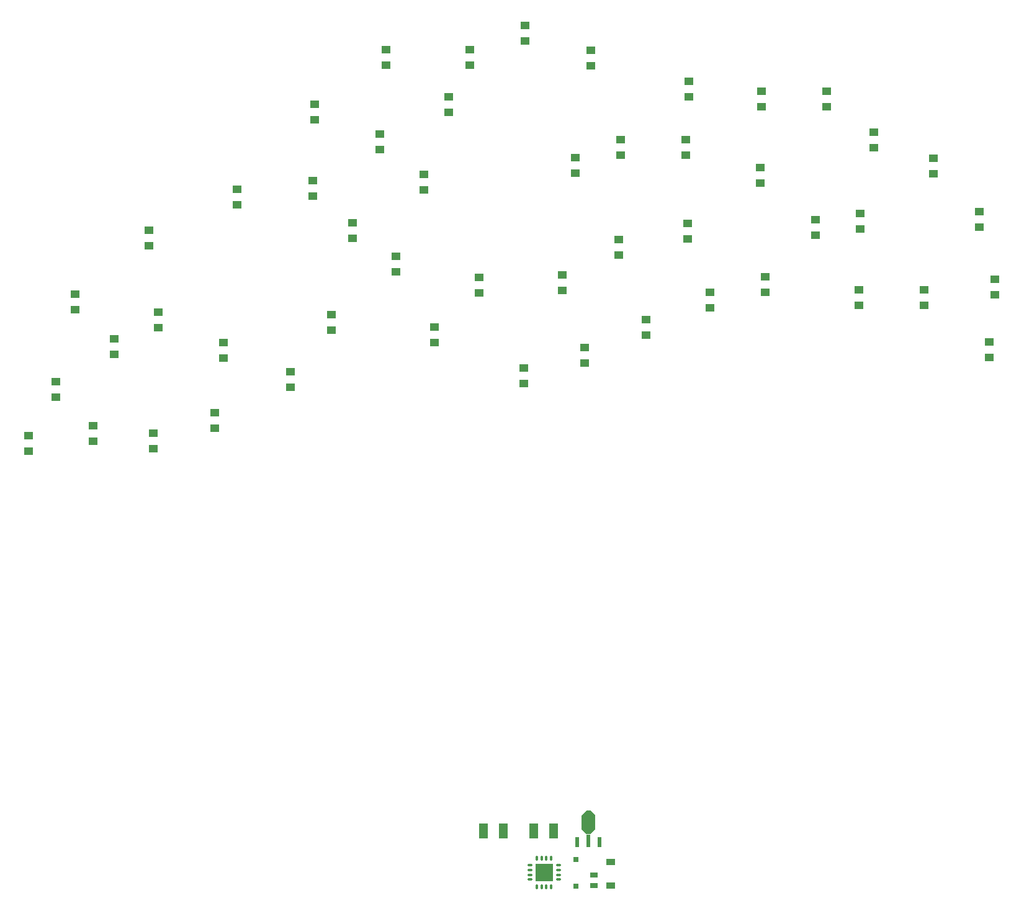
<source format=gbr>
%TF.GenerationSoftware,Altium Limited,Altium Designer,20.0.14 (345)*%
G04 Layer_Color=8421504*
%FSLAX45Y45*%
%MOMM*%
%TF.FileFunction,Paste,Top*%
%TF.Part,Single*%
G01*
G75*
%TA.AperFunction,SMDPad,CuDef*%
%ADD11R,0.75000X0.65000*%
%ADD12R,1.25000X2.00000*%
%ADD13R,1.15000X0.85000*%
%ADD14R,1.00000X0.70000*%
%ADD15R,0.60000X1.40000*%
%ADD16R,0.60000X1.80000*%
%ADD17R,2.40000X2.40000*%
%ADD18O,0.30000X0.70000*%
%ADD19O,0.70000X0.30000*%
%ADD20R,1.20000X1.10000*%
G36*
X10930500Y5902200D02*
Y5712200D01*
X10865500Y5647200D01*
X10805500D01*
X10740500Y5712200D01*
Y5902200D01*
X10805500Y5967200D01*
X10865500D01*
X10930500Y5902200D01*
D02*
G37*
D11*
X10668000Y4933100D02*
D03*
Y5303100D02*
D03*
D12*
X9400200Y5689600D02*
D03*
X9675200D02*
D03*
X10088200D02*
D03*
X10363200D02*
D03*
D13*
X11137900Y4945400D02*
D03*
Y5265400D02*
D03*
D14*
X10909300Y5086500D02*
D03*
Y4946500D02*
D03*
D15*
X10985500Y5537200D02*
D03*
X10685500D02*
D03*
D16*
X10835500Y5557200D02*
D03*
D17*
X10229100Y5122600D02*
D03*
D18*
X10131600Y5317600D02*
D03*
X10196600D02*
D03*
X10261600D02*
D03*
X10326600D02*
D03*
Y4927600D02*
D03*
X10261600D02*
D03*
X10196600D02*
D03*
X10131600D02*
D03*
D19*
X10424100Y5220100D02*
D03*
Y5155100D02*
D03*
Y5090100D02*
D03*
Y5025100D02*
D03*
X10034100D02*
D03*
Y5090100D02*
D03*
Y5155100D02*
D03*
Y5220100D02*
D03*
D20*
X9956800Y12004900D02*
D03*
Y11794900D02*
D03*
X8737600Y12563700D02*
D03*
Y12353700D02*
D03*
X7329000Y12728800D02*
D03*
Y12518800D02*
D03*
X8586300Y14646500D02*
D03*
Y14436501D02*
D03*
X7988300Y15192599D02*
D03*
Y14982600D02*
D03*
X7075000Y14557600D02*
D03*
Y14347600D02*
D03*
X9347200Y13236800D02*
D03*
Y13026801D02*
D03*
X8205300Y13528900D02*
D03*
Y13318900D02*
D03*
X7620000Y13982700D02*
D03*
Y13772701D02*
D03*
X8928100Y15700600D02*
D03*
Y15490601D02*
D03*
X8077200Y16348300D02*
D03*
Y16138300D02*
D03*
X7099300Y15599001D02*
D03*
Y15389000D02*
D03*
X6769100Y11954100D02*
D03*
Y11744100D02*
D03*
X6045200Y14443300D02*
D03*
Y14233299D02*
D03*
X5740400Y11395300D02*
D03*
Y11185300D02*
D03*
X5854700Y12347800D02*
D03*
Y12137800D02*
D03*
X4902200Y11115900D02*
D03*
Y10905900D02*
D03*
X4838700Y13884500D02*
D03*
Y13674500D02*
D03*
X9220200Y16348300D02*
D03*
Y16138300D02*
D03*
X4076700Y11217500D02*
D03*
Y11007500D02*
D03*
X4965700Y12766900D02*
D03*
Y12556900D02*
D03*
X4368800Y12398600D02*
D03*
Y12188600D02*
D03*
X3835400Y13008200D02*
D03*
Y12798200D02*
D03*
X16306799Y12360500D02*
D03*
Y12150500D02*
D03*
X15417799Y13071700D02*
D03*
Y12861700D02*
D03*
X14528799Y13071700D02*
D03*
Y12861700D02*
D03*
X14732001Y15217999D02*
D03*
Y15008000D02*
D03*
X13182600Y14735400D02*
D03*
Y14525400D02*
D03*
X13246100Y13249500D02*
D03*
Y13039500D02*
D03*
X16383000Y13211400D02*
D03*
Y13001401D02*
D03*
X16167101Y14138499D02*
D03*
Y13928500D02*
D03*
X15544800Y14862399D02*
D03*
Y14652400D02*
D03*
X14541499Y14113100D02*
D03*
Y13903101D02*
D03*
X14084300Y15776801D02*
D03*
Y15566800D02*
D03*
X13195300Y15776801D02*
D03*
Y15566800D02*
D03*
X13931900Y14024200D02*
D03*
Y13814200D02*
D03*
X12496800Y13033600D02*
D03*
Y12823599D02*
D03*
X11620500Y12665300D02*
D03*
Y12455300D02*
D03*
X10782300Y12284300D02*
D03*
Y12074300D02*
D03*
X12166600Y15116400D02*
D03*
Y14906400D02*
D03*
X11277600Y15116400D02*
D03*
Y14906400D02*
D03*
X10655300Y14875101D02*
D03*
Y14665100D02*
D03*
X12192000Y13973399D02*
D03*
Y13763400D02*
D03*
X11252200Y13757500D02*
D03*
Y13547501D02*
D03*
X10477500Y13274899D02*
D03*
Y13064900D02*
D03*
X12204700Y15916499D02*
D03*
Y15706500D02*
D03*
X10871200Y16335600D02*
D03*
Y16125600D02*
D03*
X9969500Y16678500D02*
D03*
Y16468500D02*
D03*
X3200400Y11077800D02*
D03*
Y10867800D02*
D03*
X3568700Y11814400D02*
D03*
Y11604400D02*
D03*
%TF.MD5,20b5f64f2a91e37d419269ff7193486a*%
M02*

</source>
